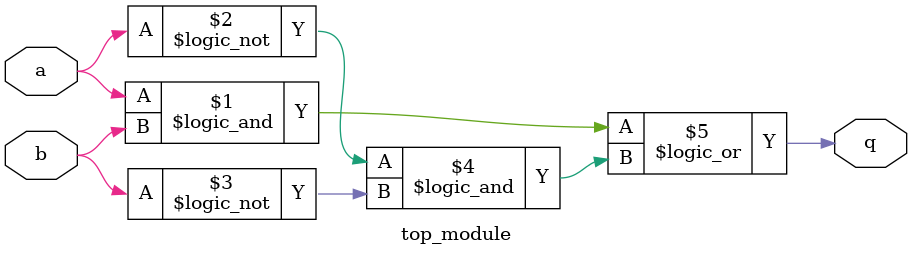
<source format=sv>
module top_module (
    input a, 
    input b, 
    output q
);

assign q = (a && b) || ((!a) && (!b));

endmodule

</source>
